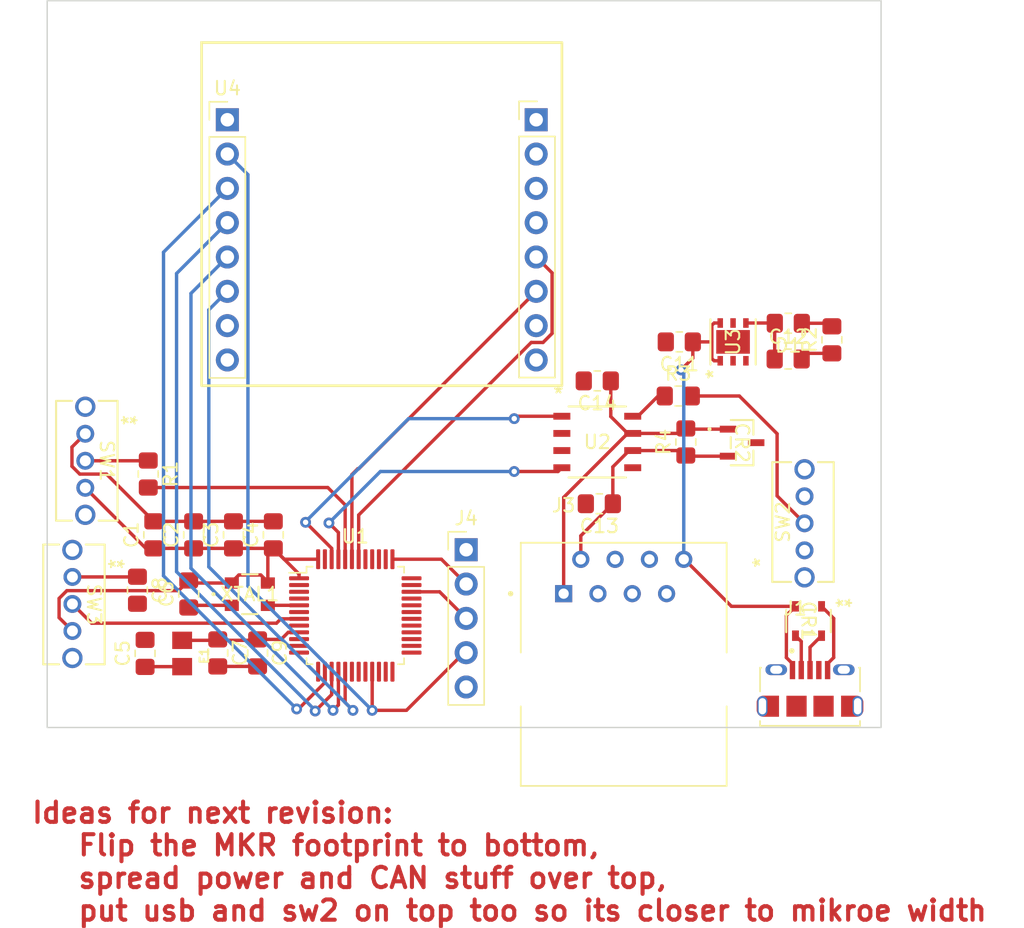
<source format=kicad_pcb>
(kicad_pcb (version 20221018) (generator pcbnew)
  (layers (0 "F.Cu" signal) (31 "B.Cu" signal) (34 "B.Paste" user) (35 "F.Paste" user) (36 "B.SilkS" user "B.Silkscreen") (37 "F.SilkS" user "F.Silkscreen") (38 "B.Mask" user) (39 "F.Mask" user) (44 "Edge.Cuts" user))
  (net 0 "")
  (net 1 "+3.3V")
  (net 5 "GND")
  (net 6 "Net-(C5-Pad1)")
  (net 7 "+3.3VA")
  (net 8 "/NRST")
  (net 9 "VBUS")
  (net 14 "/CAN_L")
  (net 15 "/CAN_H")
  (net 16 "Net-(D1-K)")
  (net 17 "Net-(SW1-B)")
  (net 21 "/BOOT0")
  (net 23 "Net-(U2-RS)")
  (net 24 "/HSE_IN")
  (net 30 "/HSE_OUT")
  (net 31 "/SPI1_NSS")
  (net 32 "/SPI1_SCK")
  (net 33 "/SPI1_MISO")
  (net 34 "/SPI1_MOSI")
  (net 36 "/RST_GPIO")
  (net 41 "/UART1_TX")
  (net 42 "/UART1_RX")
  (net 43 "/USB_DM")
  (net 44 "/USB_DP")
  (net 45 "/SYS_SWDIO")
  (net 46 "/SYS_SWCLK")
  (net 47 "/I2C1_SCL")
  (net 48 "/I2C1_SDA")
  (net 49 "/CAN_RX")
  (net 50 "/CAN_TX")
  (net 59 "Net-(SW3-A)")
  (net 60 "Net-(SW2-B)")
  (footprint "footprints:1825232-1_TEC" (layer "F.Cu") (at 35.9029 73.0158 -90)
    (fp_text reference "SW3" (at 2 -1.6002 -90 unlocked) (layer "F.SilkS"))
    (fp_text value "SW_SPDT")
    (fp_text user "*" (at -1 -3.2512 90) (layer "F.SilkS"))
    (fp_text user "*" (at -1 -3.2512 -90 unlocked) (layer "F.SilkS"))
    (pad "1" thru_hole circle (at -0.035 0 270) (size 1.3208 1.3208) (drill 0.8128) (layers "*.Cu" "*.Mask") (net 59 "Net-(SW3-A)"))
    (pad "2" thru_hole circle (at 1.965 0 270) (size 1.3208 1.3208) (drill 0.8128) (layers "*.Cu" "*.Mask") (net 8 "/NRST"))
    (pad "3" thru_hole circle (at 3.965001 0 270) (size 1.3208 1.3208) (drill 0.8128) (layers "*.Cu" "*.Mask") (net 1 "+3.3V"))
    (pad "4" thru_hole circle (at -2.035 0 270) (size 1.4986 1.4986) (drill 0.9906) (layers "*.Cu" "*.Mask"))
    (pad "5" thru_hole circle (at 5.965 0 270) (size 1.4986 1.4986) (drill 0.9906) (layers "*.Cu" "*.Mask"))
  )
  (footprint "footprints:AMPHENOL_10118194-0001LF" (layer "F.Cu") (at 90.5002 82.55)
    (fp_text reference "J1" (at -1.1 -7.235) (layer "F.SilkS"))
    (fp_text value "USB_B_Micro")
    (fp_poly (pts (xy -2.3 -0.775) (xy -2.3 0.775) (xy -3.445 0.775) (xy -3.471 0.774) (xy -3.497 0.772) (xy -3.523 0.769) (xy -3.549 0.764) (xy -3.574 0.758) (xy -3.6 0.751) (xy -3.624 0.742) (xy -3.648 0.732) (xy -3.672 0.721) (xy -3.695 0.708) (xy -3.717 0.694) (xy -3.739 0.68) (xy -3.76 0.664) (xy -3.78 0.647) (xy -3.799 0.629) (xy -3.817 0.61) (xy -3.834 0.59) (xy -3.85 0.569) (xy -3.864 0.547) (xy -3.878 0.525) (xy -3.891 0.502) (xy -3.902 0.478) (xy -3.912 0.454) (xy -3.921 0.43) (xy -3.928 0.404) (xy -3.934 0.379) (xy -3.939 0.353) (xy -3.942 0.327) (xy -3.944 0.301) (xy -3.945 0.275) (xy -3.945 -0.275) (xy -3.944 -0.301) (xy -3.942 -0.327) (xy -3.939 -0.353) (xy -3.934 -0.379) (xy -3.928 -0.404) (xy -3.921 -0.43) (xy -3.912 -0.454) (xy -3.902 -0.478) (xy -3.891 -0.502) (xy -3.878 -0.525) (xy -3.864 -0.547) (xy -3.85 -0.569) (xy -3.834 -0.59) (xy -3.817 -0.61) (xy -3.799 -0.629) (xy -3.78 -0.647) (xy -3.76 -0.664) (xy -3.739 -0.68) (xy -3.717 -0.694) (xy -3.695 -0.708) (xy -3.672 -0.721) (xy -3.648 -0.732) (xy -3.624 -0.742) (xy -3.6 -0.751) (xy -3.574 -0.758) (xy -3.549 -0.764) (xy -3.523 -0.769) (xy -3.497 -0.772) (xy -3.471 -0.774) (xy -3.445 -0.775) (xy -2.3 -0.775)) (stroke (width 0.01)) (fill solid) (layer "F.Cu"))
    (fp_poly (pts (xy 2.3 -0.775) (xy 2.3 0.775) (xy 3.445 0.775) (xy 3.471 0.774) (xy 3.497 0.772) (xy 3.523 0.769) (xy 3.549 0.764) (xy 3.574 0.758) (xy 3.6 0.751) (xy 3.624 0.742) (xy 3.648 0.732) (xy 3.672 0.721) (xy 3.695 0.708) (xy 3.717 0.694) (xy 3.739 0.68) (xy 3.76 0.664) (xy 3.78 0.647) (xy 3.799 0.629) (xy 3.817 0.61) (xy 3.834 0.59) (xy 3.85 0.569) (xy 3.864 0.547) (xy 3.878 0.525) (xy 3.891 0.502) (xy 3.902 0.478) (xy 3.912 0.454) (xy 3.921 0.43) (xy 3.928 0.404) (xy 3.934 0.379) (xy 3.939 0.353) (xy 3.942 0.327) (xy 3.944 0.301) (xy 3.945 0.275) (xy 3.945 -0.275) (xy 3.944 -0.301) (xy 3.942 -0.327) (xy 3.939 -0.353) (xy 3.934 -0.379) (xy 3.928 -0.404) (xy 3.921 -0.43) (xy 3.912 -0.454) (xy 3.902 -0.478) (xy 3.891 -0.502) (xy 3.878 -0.525) (xy 3.864 -0.547) (xy 3.85 -0.569) (xy 3.834 -0.59) (xy 3.817 -0.61) (xy 3.799 -0.629) (xy 3.78 -0.647) (xy 3.76 -0.664) (xy 3.739 -0.68) (xy 3.717 -0.694) (xy 3.695 -0.708) (xy 3.672 -0.721) (xy 3.648 -0.732) (xy 3.624 -0.742) (xy 3.6 -0.751) (xy 3.574 -0.758) (xy 3.549 -0.764) (xy 3.523 -0.769) (xy 3.497 -0.772) (xy 3.471 -0.774) (xy 3.445 -0.775) (xy 2.3 -0.775)) (stroke (width 0.01)) (fill solid) (layer "F.Cu"))
    (pad "1" smd rect (at -1.3 -2.675) (size 0.4 1.35) (layers "F.Cu" "F.Paste" "F.Mask") (net 9 "VBUS"))
    (pad "2" smd rect (at -0.65 -2.675) (size 0.4 1.35) (layers "F.Cu" "F.Paste" "F.Mask") (net 43 "/USB_DM"))
    (pad "3" smd rect (at 0 -2.675) (size 0.4 1.35) (layers "F.Cu" "F.Paste" "F.Mask") (net 44 "/USB_DP"))
    (pad "4" smd rect (at 0.65 -2.675) (size 0.4 1.35) (layers "F.Cu" "F.Paste" "F.Mask"))
    (pad "5" smd rect (at 1.3 -2.675) (size 0.4 1.35) (layers "F.Cu" "F.Paste" "F.Mask") (net 5 "GND"))
    (pad "S1" thru_hole oval (at -2.5 -2.7) (size 1.6 0.8) (drill oval 0.9 0.6) (layers "*.Cu" "*.Mask"))
    (pad "S2" thru_hole oval (at 2.5 -2.7) (size 1.6 0.8) (drill oval 0.9 0.6) (layers "*.Cu" "*.Mask"))
    (pad "S3" thru_hole oval (at -3.525 0) (size 0.75 1.5) (drill oval 0.55 1.2) (layers "*.Cu" "*.Mask"))
    (pad "S4" smd rect (at -1 0) (size 1.5 1.55) (layers "F.Cu" "F.Paste" "F.Mask"))
    (pad "S5" smd rect (at 1 0) (size 1.5 1.55) (layers "F.Cu" "F.Paste" "F.Mask"))
    (pad "S6" thru_hole oval (at 3.525 0) (size 0.75 1.5) (drill oval 0.55 1.2) (layers "*.Cu" "*.Mask"))
  )
  (footprint "Resistor_SMD:R_0805_2012Metric_Pad1.20x1.40mm_HandSolder" (layer "F.Cu") (at 44.5135 74.2414 90)
    (fp_text reference "C6" (at 0 -1.65 90) (layer "F.SilkS"))
    (fp_text value ".01u")
    (pad "1" smd roundrect (at -1 0 90) (size 1.2 1.4) (layers "F.Cu" "F.Paste" "F.Mask") (roundrect_rratio 0.208333) (net 5 "GND"))
    (pad "2" smd roundrect (at 1 0 90) (size 1.2 1.4) (layers "F.Cu" "F.Paste" "F.Mask") (roundrect_rratio 0.208333) (net 1 "+3.3V"))
  )
  (footprint "footprints:MikroBUS" (layer "F.Cu") (at 47.371 39.1414)
    (fp_text reference "U4" (at 0 -2.33) (layer "F.SilkS"))
    (fp_text value "~")
    (pad "1" thru_hole rect (at 0 0) (size 1.7 1.7) (drill 1) (layers "*.Cu" "*.Mask"))
    (pad "2" thru_hole oval (at 0 2.54) (size 1.7 1.7) (drill 1) (layers "*.Cu" "*.Mask") (net 36 "/RST_GPIO"))
    (pad "3" thru_hole oval (at 0 5.08) (size 1.7 1.7) (drill 1) (layers "*.Cu" "*.Mask") (net 31 "/SPI1_NSS"))
    (pad "4" thru_hole oval (at 0 7.62) (size 1.7 1.7) (drill 1) (layers "*.Cu" "*.Mask") (net 32 "/SPI1_SCK"))
    (pad "5" thru_hole oval (at 0 10.16) (size 1.7 1.7) (drill 1) (layers "*.Cu" "*.Mask") (net 33 "/SPI1_MISO"))
    (pad "6" thru_hole oval (at 0 12.7) (size 1.7 1.7) (drill 1) (layers "*.Cu" "*.Mask") (net 34 "/SPI1_MOSI"))
    (pad "7" thru_hole oval (at 0 15.24) (size 1.7 1.7) (drill 1) (layers "*.Cu" "*.Mask") (net 1 "+3.3V"))
    (pad "8" thru_hole oval (at 0 17.78) (size 1.7 1.7) (drill 1) (layers "*.Cu" "*.Mask") (net 5 "GND"))
    (pad "9" thru_hole rect (at 22.86 0) (size 1.7 1.7) (drill 1) (layers "*.Cu" "*.Mask"))
    (pad "10" thru_hole oval (at 22.86 2.54) (size 1.7 1.7) (drill 1) (layers "*.Cu" "*.Mask"))
    (pad "11" thru_hole oval (at 22.86 5.08) (size 1.7 1.7) (drill 1) (layers "*.Cu" "*.Mask") (net 42 "/UART1_RX"))
    (pad "12" thru_hole oval (at 22.86 7.62) (size 1.7 1.7) (drill 1) (layers "*.Cu" "*.Mask") (net 41 "/UART1_TX"))
    (pad "13" thru_hole oval (at 22.86 10.16) (size 1.7 1.7) (drill 1) (layers "*.Cu" "*.Mask") (net 47 "/I2C1_SCL"))
    (pad "14" thru_hole oval (at 22.86 12.7) (size 1.7 1.7) (drill 1) (layers "*.Cu" "*.Mask") (net 48 "/I2C1_SDA"))
    (pad "15" thru_hole oval (at 22.86 15.24) (size 1.7 1.7) (drill 1) (layers "*.Cu" "*.Mask"))
    (pad "16" thru_hole oval (at 22.86 17.78) (size 1.7 1.7) (drill 1) (layers "*.Cu" "*.Mask") (net 5 "GND"))
  )
  (footprint "Resistor_SMD:R_0805_2012Metric_Pad1.20x1.40mm_HandSolder" (layer "F.Cu") (at 80.7466 59.5884)
    (fp_text reference "R3" (at 0 -1.65) (layer "F.SilkS"))
    (fp_text value "10k")
    (pad "1" smd roundrect (at -1 0) (size 1.2 1.4) (layers "F.Cu" "F.Paste" "F.Mask") (roundrect_rratio 0.208333) (net 23 "Net-(U2-RS)"))
    (pad "2" smd roundrect (at 1 0) (size 1.2 1.4) (layers "F.Cu" "F.Paste" "F.Mask") (roundrect_rratio 0.208333) (net 60 "Net-(SW2-B)"))
  )
  (footprint "footprints:1825232-1_TEC" (layer "F.Cu") (at 36.8554 62.3824 -90)
    (fp_text reference "SW1" (at 2 -1.6002 -90 unlocked) (layer "F.SilkS"))
    (fp_text value "SW_SPDT")
    (fp_text user "*" (at -1 -3.2512 90) (layer "F.SilkS"))
    (fp_text user "*" (at -1 -3.2512 -90 unlocked) (layer "F.SilkS"))
    (pad "1" thru_hole circle (at 0 0 270) (size 1.3208 1.3208) (drill 0.8128) (layers "*.Cu" "*.Mask") (net 5 "GND"))
    (pad "2" thru_hole circle (at 2 0 270) (size 1.3208 1.3208) (drill 0.8128) (layers "*.Cu" "*.Mask") (net 17 "Net-(SW1-B)"))
    (pad "3" thru_hole circle (at 4.000001 0 270) (size 1.3208 1.3208) (drill 0.8128) (layers "*.Cu" "*.Mask") (net 1 "+3.3V"))
    (pad "4" thru_hole circle (at -2 0 270) (size 1.4986 1.4986) (drill 0.9906) (layers "*.Cu" "*.Mask"))
    (pad "5" thru_hole circle (at 6 0 270) (size 1.4986 1.4986) (drill 0.9906) (layers "*.Cu" "*.Mask"))
  )
  (footprint "Resistor_SMD:R_0805_2012Metric_Pad1.20x1.40mm_HandSolder" (layer "F.Cu") (at 92.1178 55.4308 90)
    (fp_text reference "R2" (at 0 -1.65 90) (layer "F.SilkS"))
    (fp_text value "1.5k")
    (pad "1" smd roundrect (at -1 0 90) (size 1.2 1.4) (layers "F.Cu" "F.Paste" "F.Mask") (roundrect_rratio 0.208333) (net 5 "GND"))
    (pad "2" smd roundrect (at 1 0 90) (size 1.2 1.4) (layers "F.Cu" "F.Paste" "F.Mask") (roundrect_rratio 0.208333) (net 16 "Net-(D1-K)"))
  )
  (footprint "Resistor_SMD:R_0805_2012Metric_Pad1.20x1.40mm_HandSolder" (layer "F.Cu") (at 47.8246 69.866 90)
    (fp_text reference "C3" (at 0 -1.65 90) (layer "F.SilkS"))
    (fp_text value "100n")
    (pad "1" smd roundrect (at -1 0 90) (size 1.2 1.4) (layers "F.Cu" "F.Paste" "F.Mask") (roundrect_rratio 0.208333) (net 1 "+3.3V"))
    (pad "2" smd roundrect (at 1 0 90) (size 1.2 1.4) (layers "F.Cu" "F.Paste" "F.Mask") (roundrect_rratio 0.208333) (net 5 "GND"))
  )
  (footprint "Resistor_SMD:R_0805_2012Metric_Pad1.20x1.40mm_HandSolder" (layer "F.Cu") (at 50.7746 69.866 90)
    (fp_text reference "C4" (at 0 -1.65 90) (layer "F.SilkS"))
    (fp_text value "100n")
    (pad "1" smd roundrect (at -1 0 90) (size 1.2 1.4) (layers "F.Cu" "F.Paste" "F.Mask") (roundrect_rratio 0.208333) (net 1 "+3.3V"))
    (pad "2" smd roundrect (at 1 0 90) (size 1.2 1.4) (layers "F.Cu" "F.Paste" "F.Mask") (roundrect_rratio 0.208333) (net 5 "GND"))
  )
  (footprint "Resistor_SMD:R_0805_2012Metric_Pad1.20x1.40mm_HandSolder" (layer "F.Cu") (at 40.7162 73.9648 -90)
    (fp_text reference "C8" (at 0 -1.65 90) (layer "F.SilkS"))
    (fp_text value "100n")
    (pad "1" smd roundrect (at -1 0 270) (size 1.2 1.4) (layers "F.Cu" "F.Paste" "F.Mask") (roundrect_rratio 0.208333) (net 59 "Net-(SW3-A)"))
    (pad "2" smd roundrect (at 1 0 270) (size 1.2 1.4) (layers "F.Cu" "F.Paste" "F.Mask") (roundrect_rratio 0.208333) (net 5 "GND"))
  )
  (footprint "footprints:TVS-SP05_LTF-L" (layer "F.Cu") (at 90.3878 76.2432 -90)
    (fp_text reference "CR1" (at 0 0 -90 unlocked) (layer "F.SilkS"))
    (fp_text value "SP0503BAHTG")
    (fp_text user "*" (at -1.33985 -2.6162 90) (layer "F.SilkS"))
    (fp_text user "*" (at -1.33985 -2.6162 -90 unlocked) (layer "F.SilkS"))
    (pad "1" smd rect (at -1.08585 -0.9652 270) (size 0.7747 0.508) (layers "F.Cu" "F.Paste" "F.Mask") (net 5 "GND"))
    (pad "2" smd rect (at -1.08585 0.9652 270) (size 0.7747 0.508) (layers "F.Cu" "F.Paste" "F.Mask") (net 9 "VBUS"))
    (pad "3" smd rect (at 1.08585 0.9652 270) (size 0.7747 0.508) (layers "F.Cu" "F.Paste" "F.Mask") (net 43 "/USB_DM"))
    (pad "4" smd rect (at 1.08585 -0.9652 270) (size 0.7747 0.508) (layers "F.Cu" "F.Paste" "F.Mask") (net 44 "/USB_DP"))
  )
  (footprint "Resistor_SMD:R_0805_2012Metric_Pad1.20x1.40mm_HandSolder" (layer "F.Cu") (at 81.3054 62.992 90)
    (fp_text reference "R4" (at 0 -1.65 90) (layer "F.SilkS"))
    (fp_text value "120")
    (pad "1" smd roundrect (at -1 0 90) (size 1.2 1.4) (layers "F.Cu" "F.Paste" "F.Mask") (roundrect_rratio 0.208333) (net 14 "/CAN_L"))
    (pad "2" smd roundrect (at 1 0 90) (size 1.2 1.4) (layers "F.Cu" "F.Paste" "F.Mask") (roundrect_rratio 0.208333) (net 15 "/CAN_H"))
  )
  (footprint "footprints:CHIP_ASE-24_ABR-L" (layer "F.Cu") (at 49.0347 74.2574)
    (fp_text reference "XTAL1" (at 0 0 unlocked) (layer "F.SilkS"))
    (fp_text value "ASE-25.000MHZ-LC-T")
    (pad "1" smd rect (at -1.3335 -0.825) (size 1.0414 0.8382) (layers "F.Cu" "F.Paste" "F.Mask") (net 1 "+3.3V"))
    (pad "2" smd rect (at -1.3335 0.825) (size 1.0414 0.8382) (layers "F.Cu" "F.Paste" "F.Mask") (net 5 "GND"))
    (pad "3" smd rect (at 1.3335 0.825) (size 1.0414 0.8382) (layers "F.Cu" "F.Paste" "F.Mask") (net 24 "/HSE_IN"))
    (pad "4" smd rect (at 1.3335 -0.825) (size 1.0414 0.8382) (layers "F.Cu" "F.Paste" "F.Mask") (net 1 "+3.3V"))
  )
  (footprint "Connector_PinHeader_2.54mm:PinHeader_1x05_P2.54mm_Vertical" (layer "F.Cu") (at 65.0494 70.9676)
    (fp_text reference "J4" (at 0 -2.33) (layer "F.SilkS"))
    (fp_text value "Conn_01x05")
    (pad "1" thru_hole rect (at 0 0) (size 1.7 1.7) (drill 1) (layers "*.Cu" "*.Mask") (net 1 "+3.3V"))
    (pad "2" thru_hole oval (at 0 2.54) (size 1.7 1.7) (drill 1) (layers "*.Cu" "*.Mask") (net 46 "/SYS_SWCLK"))
    (pad "3" thru_hole oval (at 0 5.08) (size 1.7 1.7) (drill 1) (layers "*.Cu" "*.Mask") (net 45 "/SYS_SWDIO"))
    (pad "4" thru_hole oval (at 0 7.62) (size 1.7 1.7) (drill 1) (layers "*.Cu" "*.Mask") (net 36 "/RST_GPIO"))
    (pad "5" thru_hole oval (at 0 10.16) (size 1.7 1.7) (drill 1) (layers "*.Cu" "*.Mask") (net 5 "GND"))
  )
  (footprint "Resistor_SMD:R_0805_2012Metric_Pad1.20x1.40mm_HandSolder" (layer "F.Cu") (at 41.5163 65.3634 -90)
    (fp_text reference "R1" (at 0 -1.65 90) (layer "F.SilkS"))
    (fp_text value "10k")
    (pad "1" smd roundrect (at -1 0 270) (size 1.2 1.4) (layers "F.Cu" "F.Paste" "F.Mask") (roundrect_rratio 0.208333) (net 17 "Net-(SW1-B)"))
    (pad "2" smd roundrect (at 1 0 270) (size 1.2 1.4) (layers "F.Cu" "F.Paste" "F.Mask") (roundrect_rratio 0.208333) (net 21 "/BOOT0"))
  )
  (footprint "Resistor_SMD:R_0805_2012Metric_Pad1.20x1.40mm_HandSolder" (layer "F.Cu") (at 88.8826 56.8532)
    (fp_text reference "C12" (at 0 -1.65) (layer "F.SilkS"))
    (fp_text value "1u")
    (pad "1" smd roundrect (at -1 0) (size 1.2 1.4) (layers "F.Cu" "F.Paste" "F.Mask") (roundrect_rratio 0.208333) (net 1 "+3.3V"))
    (pad "2" smd roundrect (at 1 0) (size 1.2 1.4) (layers "F.Cu" "F.Paste" "F.Mask") (roundrect_rratio 0.208333) (net 5 "GND"))
  )
  (footprint "Resistor_SMD:R_0805_2012Metric_Pad1.20x1.40mm_HandSolder" (layer "F.Cu") (at 88.8922 54.2044 180)
    (fp_text reference "D1" (at 0 -1.65) (layer "F.SilkS"))
    (fp_text value "LED")
    (pad "1" smd roundrect (at -1 0 180) (size 1.2 1.4) (layers "F.Cu" "F.Paste" "F.Mask") (roundrect_rratio 0.208333) (net 16 "Net-(D1-K)"))
    (pad "2" smd roundrect (at 1 0 180) (size 1.2 1.4) (layers "F.Cu" "F.Paste" "F.Mask") (roundrect_rratio 0.208333) (net 1 "+3.3V"))
  )
  (footprint "Resistor_SMD:R_0805_2012Metric_Pad1.20x1.40mm_HandSolder" (layer "F.Cu") (at 46.6598 78.6036 -90)
    (fp_text reference "C7" (at 0 -1.65 90) (layer "F.SilkS"))
    (fp_text value "1u")
    (pad "1" smd roundrect (at -1 0 270) (size 1.2 1.4) (layers "F.Cu" "F.Paste" "F.Mask") (roundrect_rratio 0.208333) (net 7 "+3.3VA"))
    (pad "2" smd roundrect (at 1 0 270) (size 1.2 1.4) (layers "F.Cu" "F.Paste" "F.Mask") (roundrect_rratio 0.208333) (net 5 "GND"))
  )
  (footprint "Resistor_SMD:R_0805_2012Metric_Pad1.20x1.40mm_HandSolder" (layer "F.Cu") (at 74.7522 58.4708 180)
    (fp_text reference "C14" (at 0 -1.65) (layer "F.SilkS"))
    (fp_text value "100p")
    (pad "1" smd roundrect (at -1 0 180) (size 1.2 1.4) (layers "F.Cu" "F.Paste" "F.Mask") (roundrect_rratio 0.208333) (net 15 "/CAN_H"))
    (pad "2" smd roundrect (at 1 0 180) (size 1.2 1.4) (layers "F.Cu" "F.Paste" "F.Mask") (roundrect_rratio 0.208333) (net 5 "GND"))
  )
  (footprint "Resistor_SMD:R_0805_2012Metric_Pad1.20x1.40mm_HandSolder" (layer "F.Cu") (at 41.2822 78.6384 90)
    (fp_text reference "C5" (at 0 -1.65 90) (layer "F.SilkS"))
    (fp_text value "1u")
    (pad "1" smd roundrect (at -1 0 90) (size 1.2 1.4) (layers "F.Cu" "F.Paste" "F.Mask") (roundrect_rratio 0.208333) (net 6 "Net-(C5-Pad1)"))
    (pad "2" smd roundrect (at 1 0 90) (size 1.2 1.4) (layers "F.Cu" "F.Paste" "F.Mask") (roundrect_rratio 0.208333) (net 5 "GND"))
  )
  (footprint "Resistor_SMD:R_0805_2012Metric_Pad1.20x1.40mm_HandSolder" (layer "F.Cu") (at 44.8746 69.866 90)
    (fp_text reference "C2" (at 0 -1.65 90) (layer "F.SilkS"))
    (fp_text value "100n")
    (pad "1" smd roundrect (at -1 0 90) (size 1.2 1.4) (layers "F.Cu" "F.Paste" "F.Mask") (roundrect_rratio 0.208333) (net 1 "+3.3V"))
    (pad "2" smd roundrect (at 1 0 90) (size 1.2 1.4) (layers "F.Cu" "F.Paste" "F.Mask") (roundrect_rratio 0.208333) (net 5 "GND"))
  )
  (footprint "footprints:D8-L" (layer "F.Cu") (at 74.7522 62.992)
    (fp_text reference "U2" (at 0 0 unlocked) (layer "F.SilkS"))
    (fp_text value "SN65HVD230DR")
    (fp_text user "*" (at -2.87655 -3.556) (layer "F.SilkS"))
    (fp_text user "*" (at -2.87655 -3.556 unlocked) (layer "F.SilkS"))
    (pad "1" smd rect (at -2.62255 -1.905) (size 1.2573 0.508) (layers "F.Cu" "F.Paste" "F.Mask") (net 50 "/CAN_TX"))
    (pad "2" smd rect (at -2.62255 -0.635) (size 1.2573 0.508) (layers "F.Cu" "F.Paste" "F.Mask") (net 5 "GND"))
    (pad "3" smd rect (at -2.62255 0.635) (size 1.2573 0.508) (layers "F.Cu" "F.Paste" "F.Mask") (net 1 "+3.3V"))
    (pad "4" smd rect (at -2.62255 1.905) (size 1.2573 0.508) (layers "F.Cu" "F.Paste" "F.Mask") (net 49 "/CAN_RX"))
    (pad "5" smd rect (at 2.62255 1.905) (size 1.2573 0.508) (layers "F.Cu" "F.Paste" "F.Mask"))
    (pad "6" smd rect (at 2.62255 0.635) (size 1.2573 0.508) (layers "F.Cu" "F.Paste" "F.Mask") (net 14 "/CAN_L"))
    (pad "7" smd rect (at 2.62255 -0.635) (size 1.2573 0.508) (layers "F.Cu" "F.Paste" "F.Mask") (net 15 "/CAN_H"))
    (pad "8" smd rect (at 2.62255 -1.905) (size 1.2573 0.508) (layers "F.Cu" "F.Paste" "F.Mask") (net 23 "Net-(U2-RS)"))
  )
  (footprint "Package_QFP:LQFP-48_7x7mm_P0.5mm" (layer "F.Cu") (at 56.8416 75.8317)
    (fp_text reference "U1" (at 0 -5.85) (layer "F.SilkS"))
    (fp_text value "STM32F072C8Tx")
    (pad "1" smd roundrect (at -4.1625 -2.75) (size 1.475 0.3) (layers "F.Cu" "F.Paste" "F.Mask") (net 1 "+3.3V"))
    (pad "2" smd roundrect (at -4.1625 -2.25) (size 1.475 0.3) (layers "F.Cu" "F.Paste" "F.Mask"))
    (pad "3" smd roundrect (at -4.1625 -1.75) (size 1.475 0.3) (layers "F.Cu" "F.Paste" "F.Mask"))
    (pad "4" smd roundrect (at -4.1625 -1.25) (size 1.475 0.3) (layers "F.Cu" "F.Paste" "F.Mask"))
    (pad "5" smd roundrect (at -4.1625 -0.75) (size 1.475 0.3) (layers "F.Cu" "F.Paste" "F.Mask") (net 24 "/HSE_IN"))
    (pad "6" smd roundrect (at -4.1625 -0.25) (size 1.475 0.3) (layers "F.Cu" "F.Paste" "F.Mask") (net 30 "/HSE_OUT"))
    (pad "7" smd roundrect (at -4.1625 0.25) (size 1.475 0.3) (layers "F.Cu" "F.Paste" "F.Mask") (net 8 "/NRST"))
    (pad "8" smd roundrect (at -4.1625 0.75) (size 1.475 0.3) (layers "F.Cu" "F.Paste" "F.Mask") (net 5 "GND"))
    (pad "9" smd roundrect (at -4.1625 1.25) (size 1.475 0.3) (layers "F.Cu" "F.Paste" "F.Mask") (net 7 "+3.3VA"))
    (pad "10" smd roundrect (at -4.1625 1.75) (size 1.475 0.3) (layers "F.Cu" "F.Paste" "F.Mask"))
    (pad "11" smd roundrect (at -4.1625 2.25) (size 1.475 0.3) (layers "F.Cu" "F.Paste" "F.Mask"))
    (pad "12" smd roundrect (at -4.1625 2.75) (size 1.475 0.3) (layers "F.Cu" "F.Paste" "F.Mask"))
    (pad "13" smd roundrect (at -2.75 4.1625) (size 0.3 1.475) (layers "F.Cu" "F.Paste" "F.Mask"))
    (pad "14" smd roundrect (at -2.25 4.1625) (size 0.3 1.475) (layers "F.Cu" "F.Paste" "F.Mask") (net 31 "/SPI1_NSS"))
    (pad "15" smd roundrect (at -1.75 4.1625) (size 0.3 1.475) (layers "F.Cu" "F.Paste" "F.Mask") (net 32 "/SPI1_SCK"))
    (pad "16" smd roundrect (at -1.25 4.1625) (size 0.3 1.475) (layers "F.Cu" "F.Paste" "F.Mask") (net 33 "/SPI1_MISO"))
    (pad "17" smd roundrect (at -0.75 4.1625) (size 0.3 1.475) (layers "F.Cu" "F.Paste" "F.Mask") (net 34 "/SPI1_MOSI"))
    (pad "18" smd roundrect (at -0.25 4.1625) (size 0.3 1.475) (layers "F.Cu" "F.Paste" "F.Mask"))
    (pad "19" smd roundrect (at 0.25 4.1625) (size 0.3 1.475) (layers "F.Cu" "F.Paste" "F.Mask"))
    (pad "20" smd roundrect (at 0.75 4.1625) (size 0.3 1.475) (layers "F.Cu" "F.Paste" "F.Mask"))
    (pad "21" smd roundrect (at 1.25 4.1625) (size 0.3 1.475) (layers "F.Cu" "F.Paste" "F.Mask") (net 36 "/RST_GPIO"))
    (pad "22" smd roundrect (at 1.75 4.1625) (size 0.3 1.475) (layers "F.Cu" "F.Paste" "F.Mask"))
    (pad "23" smd roundrect (at 2.25 4.1625) (size 0.3 1.475) (layers "F.Cu" "F.Paste" "F.Mask") (net 5 "GND"))
    (pad "24" smd roundrect (at 2.75 4.1625) (size 0.3 1.475) (layers "F.Cu" "F.Paste" "F.Mask") (net 1 "+3.3V"))
    (pad "25" smd roundrect (at 4.1625 2.75) (size 1.475 0.3) (layers "F.Cu" "F.Paste" "F.Mask"))
    (pad "26" smd roundrect (at 4.1625 2.25) (size 1.475 0.3) (layers "F.Cu" "F.Paste" "F.Mask"))
    (pad "27" smd roundrect (at 4.1625 1.75) (size 1.475 0.3) (layers "F.Cu" "F.Paste" "F.Mask"))
    (pad "28" smd roundrect (at 4.1625 1.25) (size 1.475 0.3) (layers "F.Cu" "F.Paste" "F.Mask"))
    (pad "29" smd roundrect (at 4.1625 0.75) (size 1.475 0.3) (layers "F.Cu" "F.Paste" "F.Mask"))
    (pad "30" smd roundrect (at 4.1625 0.25) (size 1.475 0.3) (layers "F.Cu" "F.Paste" "F.Mask") (net 41 "/UART1_TX"))
    (pad "31" smd roundrect (at 4.1625 -0.25) (size 1.475 0.3) (layers "F.Cu" "F.Paste" "F.Mask") (net 42 "/UART1_RX"))
    (pad "32" smd roundrect (at 4.1625 -0.75) (size 1.475 0.3) (layers "F.Cu" "F.Paste" "F.Mask") (net 43 "/USB_DM"))
    (pad "33" smd roundrect (at 4.1625 -1.25) (size 1.475 0.3) (layers "F.Cu" "F.Paste" "F.Mask") (net 44 "/USB_DP"))
    (pad "34" smd roundrect (at 4.1625 -1.75) (size 1.475 0.3) (layers "F.Cu" "F.Paste" "F.Mask") (net 45 "/SYS_SWDIO"))
    (pad "35" smd roundrect (at 4.1625 -2.25) (size 1.475 0.3) (layers "F.Cu" "F.Paste" "F.Mask") (net 5 "GND"))
    (pad "36" smd roundrect (at 4.1625 -2.75) (size 1.475 0.3) (layers "F.Cu" "F.Paste" "F.Mask"))
    (pad "37" smd roundrect (at 2.75 -4.1625) (size 0.3 1.475) (layers "F.Cu" "F.Paste" "F.Mask") (net 46 "/SYS_SWCLK"))
    (pad "38" smd roundrect (at 2.25 -4.1625) (size 0.3 1.475) (layers "F.Cu" "F.Paste" "F.Mask"))
    (pad "39" smd roundrect (at 1.75 -4.1625) (size 0.3 1.475) (layers "F.Cu" "F.Paste" "F.Mask"))
    (pad "40" smd roundrect (at 1.25 -4.1625) (size 0.3 1.475) (layers "F.Cu" "F.Paste" "F.Mask"))
    (pad "41" smd roundrect (at 0.75 -4.1625) (size 0.3 1.475) (layers "F.Cu" "F.Paste" "F.Mask"))
    (pad "42" smd roundrect (at 0.25 -4.1625) (size 0.3 1.475) (layers "F.Cu" "F.Paste" "F.Mask") (net 47 "/I2C1_SCL"))
    (pad "43" smd roundrect (at -0.25 -4.1625) (size 0.3 1.475) (layers "F.Cu" "F.Paste" "F.Mask") (net 48 "/I2C1_SDA"))
    (pad "44" smd roundrect (at -0.75 -4.1625) (size 0.3 1.475) (layers "F.Cu" "F.Paste" "F.Mask") (net 21 "/BOOT0"))
    (pad "45" smd roundrect (at -1.25 -4.1625) (size 0.3 1.475) (layers "F.Cu" "F.Paste" "F.Mask") (net 49 "/CAN_RX"))
    (pad "46" smd roundrect (at -1.75 -4.1625) (size 0.3 1.475) (layers "F.Cu" "F.Paste" "F.Mask") (net 50 "/CAN_TX"))
    (pad "47" smd roundrect (at -2.25 -4.1625) (size 0.3 1.475) (layers "F.Cu" "F.Paste" "F.Mask") (net 5 "GND"))
    (pad "48" smd roundrect (at -2.75 -4.1625) (size 0.3 1.475) (layers "F.Cu" "F.Paste" "F.Mask") (net 1 "+3.3V"))
  )
  (footprint "footprints:DFN6_3X3_STM-L" (layer "F.Cu") (at 84.8026 55.5832 90)
    (fp_text reference "U3" (at 0 0 90 unlocked) (layer "F.SilkS"))
    (fp_text value "LD39050PU33R")
    (fp_text user "*" (at -2.3876 -1.425 90 unlocked) (layer "F.SilkS"))
    (fp_text user "*" (at -2.3876 -1.425 90) (layer "F.SilkS"))
    (pad "1" smd rect (at -1.397 -0.950001 180) (size 0.4064 0.7112) (layers "F.Cu" "F.Paste" "F.Mask") (net 9 "VBUS"))
    (pad "2" smd rect (at -1.397 0 180) (size 0.4064 0.7112) (layers "F.Cu" "F.Paste" "F.Mask") (net 5 "GND"))
    (pad "3" smd rect (at -1.397 0.950001 180) (size 0.4064 0.7112) (layers "F.Cu" "F.Paste" "F.Mask"))
    (pad "4" smd rect (at 1.397 0.950001 180) (size 0.4064 0.7112) (layers "F.Cu" "F.Paste" "F.Mask") (net 1 "+3.3V"))
    (pad "5" smd rect (at 1.397 0 180) (size 0.4064 0.7112) (layers "F.Cu" "F.Paste" "F.Mask"))
    (pad "6" smd rect (at 1.397 -0.950001 180) (size 0.4064 0.7112) (layers "F.Cu" "F.Paste" "F.Mask") (net 9 "VBUS"))
    (pad "7" smd rect (at 0 0 90) (size 1.7526 2.4892) (layers "F.Cu" "F.Paste" "F.Mask") (net 5 "GND"))
  )
  (footprint "footprints:SOT_03C-E3-08_VIS" (layer "F.Cu") (at 85.471 63.0428 -90)
    (fp_text reference "CR2" (at 0 0 -90 unlocked) (layer "F.SilkS"))
    (fp_text value "GSOT03C-E3-08")
    (pad "1" smd rect (at -1.000001 1.0414 270) (size 0.508 1.2192) (layers "F.Cu" "F.Paste" "F.Mask") (net 15 "/CAN_H"))
    (pad "2" smd rect (at 1.000001 1.0414 270) (size 0.508 1.2192) (layers "F.Cu" "F.Paste" "F.Mask") (net 14 "/CAN_L"))
    (pad "3" smd rect (at 0 -1.0414 270) (size 0.508 1.2192) (layers "F.Cu" "F.Paste" "F.Mask") (net 5 "GND"))
  )
  (footprint "footprints:1825232-1_TEC" (layer "F.Cu") (at 90.0938 70.9168 90)
    (fp_text reference "SW2" (at 2 -1.6002 90 unlocked) (layer "F.SilkS"))
    (fp_text value "SW_SPDT")
    (fp_text user "*" (at -1 -3.2512 90 unlocked) (layer "F.SilkS"))
    (fp_text user "*" (at -1 -3.2512 90) (layer "F.SilkS"))
    (pad "1" thru_hole circle (at -0.095 0 90) (size 1.3208 1.3208) (drill 0.8128) (layers "*.Cu" "*.Mask") (net 1 "+3.3V"))
    (pad "2" thru_hole circle (at 1.905 0 90) (size 1.3208 1.3208) (drill 0.8128) (layers "*.Cu" "*.Mask") (net 60 "Net-(SW2-B)"))
    (pad "3" thru_hole circle (at 3.905001 0 90) (size 1.3208 1.3208) (drill 0.8128) (layers "*.Cu" "*.Mask") (net 5 "GND"))
    (pad "4" thru_hole circle (at -2.095 0 90) (size 1.4986 1.4986) (drill 0.9906) (layers "*.Cu" "*.Mask"))
    (pad "5" thru_hole circle (at 5.905 0 90) (size 1.4986 1.4986) (drill 0.9906) (layers "*.Cu" "*.Mask"))
  )
  (footprint "Resistor_SMD:R_0805_2012Metric_Pad1.20x1.40mm_HandSolder" (layer "F.Cu") (at 80.8242 55.5832 180)
    (fp_text reference "C11" (at 0 -1.65) (layer "F.SilkS"))
    (fp_text value "1u")
    (pad "1" smd roundrect (at -1 0 180) (size 1.2 1.4) (layers "F.Cu" "F.Paste" "F.Mask") (roundrect_rratio 0.208333) (net 9 "VBUS"))
    (pad "2" smd roundrect (at 1 0 180) (size 1.2 1.4) (layers "F.Cu" "F.Paste" "F.Mask") (roundrect_rratio 0.208333) (net 5 "GND"))
  )
  (footprint "footprints:FB_HI0805O121R-10" (layer "F.Cu") (at 44.0254 78.6466 -90)
    (fp_text reference "E1" (at 0.167 -1.6414 90) (layer "F.SilkS") (effects (font (size 0.64 0.64))))
    (fp_text value "HI0805O121R-10")
    (pad "1" smd rect (at -0.973 0 270) (size 1.285 1.47) (layers "F.Cu" "F.Paste" "F.Mask") (net 7 "+3.3VA"))
    (pad "2" smd rect (at 0.973 0 270) (size 1.285 1.47) (layers "F.Cu" "F.Paste" "F.Mask") (net 6 "Net-(C5-Pad1)"))
  )
  (footprint "Resistor_SMD:R_0805_2012Metric_Pad1.20x1.40mm_HandSolder" (layer "F.Cu") (at 74.9046 67.564 180)
    (fp_text reference "C13" (at 0 -1.65) (layer "F.SilkS"))
    (fp_text value "100p")
    (pad "1" smd roundrect (at -1 0 180) (size 1.2 1.4) (layers "F.Cu" "F.Paste" "F.Mask") (roundrect_rratio 0.208333) (net 14 "/CAN_L"))
    (pad "2" smd roundrect (at 1 0 180) (size 1.2 1.4) (layers "F.Cu" "F.Paste" "F.Mask") (roundrect_rratio 0.208333) (net 5 "GND"))
  )
  (footprint "footprints:AMPHENOL_54601-908WPLF" (layer "F.Cu") (at 76.708 80.5688)
    (fp_text reference "J3" (at -4.445 -12.885) (layer "F.SilkS"))
    (fp_text value "54601-908WPLF" hide)
    (pad "" np_thru_hole circle (at -5.716 0) (size 3.35 3.35) (drill 3.35) (layers "*.Cu" "*.Mask"))
    (pad "" np_thru_hole circle (at 5.716 0) (size 3.35 3.35) (drill 3.35) (layers "*.Cu" "*.Mask"))
    (pad "1" thru_hole rect (at -4.445 -6.35) (size 1.268 1.268) (drill 0.76) (layers "*.Cu" "*.Mask") (net 15 "/CAN_H"))
    (pad "2" thru_hole circle (at -3.175 -8.89) (size 1.268 1.268) (drill 0.76) (layers "*.Cu" "*.Mask") (net 14 "/CAN_L"))
    (pad "3" thru_hole circle (at -1.905 -6.35) (size 1.268 1.268) (drill 0.76) (layers "*.Cu" "*.Mask"))
    (pad "4" thru_hole circle (at -0.635 -8.89) (size 1.268 1.268) (drill 0.76) (layers "*.Cu" "*.Mask"))
    (pad "5" thru_hole circle (at 0.635 -6.35) (size 1.268 1.268) (drill 0.76) (layers "*.Cu" "*.Mask"))
    (pad "6" thru_hole circle (at 1.905 -8.89) (size 1.268 1.268) (drill 0.76) (layers "*.Cu" "*.Mask"))
    (pad "7" thru_hole circle (at 3.175 -6.35) (size 1.268 1.268) (drill 0.76) (layers "*.Cu" "*.Mask") (net 5 "GND"))
    (pad "8" thru_hole circle (at 4.445 -8.89) (size 1.268 1.268) (drill 0.76) (layers "*.Cu" "*.Mask") (net 9 "VBUS"))
  )
  (footprint "Resistor_SMD:R_0805_2012Metric_Pad1.20x1.40mm_HandSolder" (layer "F.Cu") (at 49.6098 78.6036 -90)
    (fp_text reference "C9" (at 0 -1.65 90) (layer "F.SilkS"))
    (fp_text value "10n")
    (pad "1" smd roundrect (at -1 0 270) (size 1.2 1.4) (layers "F.Cu" "F.Paste" "F.Mask") (roundrect_rratio 0.208333) (net 7 "+3.3VA"))
    (pad "2" smd roundrect (at 1 0 270) (size 1.2 1.4) (layers "F.Cu" "F.Paste" "F.Mask") (roundrect_rratio 0.208333) (net 5 "GND"))
  )
  (footprint "Resistor_SMD:R_0805_2012Metric_Pad1.20x1.40mm_HandSolder" (layer "F.Cu") (at 41.9246 69.866 90)
    (fp_text reference "C1" (at 0 -1.65 90) (layer "F.SilkS"))
    (fp_text value "10u")
    (pad "1" smd roundrect (at -1 0 90) (size 1.2 1.4) (layers "F.Cu" "F.Paste" "F.Mask") (roundrect_rratio 0.208333) (net 1 "+3.3V"))
    (pad "2" smd roundrect (at 1 0 90) (size 1.2 1.4) (layers "F.Cu" "F.Paste" "F.Mask") (roundrect_rratio 0.208333) (net 5 "GND"))
  )
  (gr_rect (start 34.036 30.3276) (end 95.758 84.1248) (stroke (width 0.1)) (fill none) (layer "Edge.Cuts"))
  (gr_text "Ideas for next revision:\n   Flip the MKR footprint to bottom,\n   spread power and CAN stuff over top,\n   put usb and sw2 on top too so its closer to mikroe width" (at 32.766 98.552) (layer "F.Cu") (effects (font (size 1.5 1.5) (thickness 0.3) bold) (justify left bottom)))
  (segment (start 85.752601 54.1862) (end 87.874 54.1862) (width 0.25) (layer "F.Cu") (net 1))
  (segment (start 51.5778 71.6692) (end 54.0916 71.6692) (width 0.25) (layer "F.Cu") (net 1))
  (segment (start 43.7595 73.9954) (end 44.5135 73.2414) (width 0.25) (layer "F.Cu") (net 1))
  (segment (start 41.9246 70.866) (end 50.7746 70.866) (width 0.25) (layer "F.Cu") (net 1))
  (segment (start 52.6791 73.0817) (end 52.6791 72.7705) (width 0.25) (layer "F.Cu") (net 1))
  (segment (start 50.7746 70.866) (end 51.5778 71.6692) (width 0.25) (layer "F.Cu") (net 1))
  (segment (start 47.7012 73.4324) (end 44.7045 73.4324) (width 0.25) (layer "F.Cu") (net 1))
  (segment (start 44.7045 73.4324) (end 44.5135 73.2414) (width 0.25) (layer "F.Cu") (net 1))
  (segment (start 87.8826 54.214) (end 87.8922 54.2044) (width 0.25) (layer "F.Cu") (net 1))
  (segment (start 41.338999 70.866) (end 36.8554 66.382401) (width 0.25) (layer "F.Cu") (net 1))
  (segment (start 50.3682 71.2724) (end 50.7746 70.866) (width 0.25) (layer "F.Cu") (net 1))
  (segment (start 48.220922 72.837) (end 49.848478 72.837) (width 0.25) (layer "F.Cu") (net 1))
  (segment (start 34.9175 74.572633) (end 35.494733 73.9954) (width 0.25) (layer "F.Cu") (net 1))
  (segment (start 35.9029 76.980801) (end 34.9175 75.995401) (width 0.25) (layer "F.Cu") (net 1))
  (segment (start 52.6791 72.7705) (end 50.7746 70.866) (width 0.25) (layer "F.Cu") (net 1))
  (segment (start 34.9175 75.995401) (end 34.9175 74.572633) (width 0.25) (layer "F.Cu") (net 1))
  (segment (start 87.874 54.1862) (end 87.8922 54.2044) (width 0.25) (layer "F.Cu") (net 1))
  (segment (start 41.9246 70.866) (end 41.338999 70.866) (width 0.25) (layer "F.Cu") (net 1))
  (segment (start 49.848478 72.837) (end 50.3682 73.356722) (width 0.25) (layer "F.Cu") (net 1))
  (segment (start 47.7012 73.4324) (end 47.7012 73.356722) (width 0.25) (layer "F.Cu") (net 1))
  (segment (start 50.3682 73.4324) (end 50.3682 71.2724) (width 0.25) (layer "F.Cu") (net 1))
  (segment (start 50.3682 73.356722) (end 50.3682 73.4324) (width 0.25) (layer "F.Cu") (net 1))
  (segment (start 87.8826 56.8532) (end 87.8826 54.214) (width 0.25) (layer "F.Cu") (net 1))
  (segment (start 47.7012 73.356722) (end 48.220922 72.837) (width 0.25) (layer "F.Cu") (net 1))
  (segment (start 35.494733 73.9954) (end 43.7595 73.9954) (width 0.25) (layer "F.Cu") (net 1))
  (segment (start 47.7012 75.0824) (end 44.6725 75.0824) (width 0.25) (layer "F.Cu") (net 5))
  (segment (start 92.2502 76.05455) (end 92.2502 78.95) (width 0.25) (layer "F.Cu") (net 5))
  (segment (start 46.6598 79.6036) (end 49.6098 79.6036) (width 0.25) (layer "F.Cu") (net 5))
  (segment (start 36.447233 65.3678) (end 38.4264 65.3678) (width 0.25) (layer "F.Cu") (net 5))
  (segment (start 91.8002 79.4) (end 91.8002 79.875) (width 0.25) (layer "F.Cu") (net 5))
  (segment (start 38.4264 65.3678) (end 41.9246 68.866) (width 0.25) (layer "F.Cu") (net 5))
  (segment (start 91.353 75.15735) (end 92.2502 76.05455) (width 0.25) (layer "F.Cu") (net 5))
  (segment (start 44.6725 75.0824) (end 44.5135 75.2414) (width 0.25) (layer "F.Cu") (net 5))
  (segment (start 92.1178 56.4308) (end 90.305 56.4308) (width 0.25) (layer "F.Cu") (net 5))
  (segment (start 90.305 56.4308) (end 89.8826 56.8532) (width 0.25) (layer "F.Cu") (net 5))
  (segment (start 92.2502 78.95) (end 91.8002 79.4) (width 0.25) (layer "F.Cu") (net 5))
  (segment (start 41.9246 68.866) (end 50.7746 68.866) (width 0.25) (layer "F.Cu") (net 5))
  (segment (start 35.87 63.3678) (end 35.87 64.790567) (width 0.25) (layer "F.Cu") (net 5))
  (segment (start 35.87 64.790567) (end 36.447233 65.3678) (width 0.25) (layer "F.Cu") (net 5))
  (segment (start 36.8554 62.3824) (end 35.87 63.3678) (width 0.25) (layer "F.Cu") (net 5))
  (segment (start 41.301 79.6196) (end 44.0254 79.6196) (width 0.25) (layer "F.Cu") (net 6))
  (segment (start 44.0254 77.6736) (end 49.5398 77.6736) (width 0.25) (layer "F.Cu") (net 7))
  (segment (start 51.354015 77.6036) (end 51.875915 77.0817) (width 0.25) (layer "F.Cu") (net 7))
  (segment (start 49.5398 77.6736) (end 49.6098 77.6036) (width 0.25) (layer "F.Cu") (net 7))
  (segment (start 51.875915 77.0817) (end 52.6791 77.0817) (width 0.25) (layer "F.Cu") (net 7))
  (segment (start 49.6098 77.6036) (end 51.354015 77.6036) (width 0.25) (layer "F.Cu") (net 7))
  (segment (start 52.6791 76.0817) (end 51.333608 76.0817) (width 0.25) (layer "F.Cu") (net 8))
  (segment (start 51.012108 76.4032) (end 37.3253 76.4032) (width 0.25) (layer "F.Cu") (net 8))
  (segment (start 51.333608 76.0817) (end 51.012108 76.4032) (width 0.25) (layer "F.Cu") (net 8))
  (segment (start 37.3253 76.4032) (end 35.9029 74.9808) (width 0.25) (layer "F.Cu") (net 8))
  (segment (start 83.399399 54.1862) (end 83.233 54.352599) (width 0.25) (layer "F.Cu") (net 9))
  (segment (start 83.399399 56.9802) (end 83.852599 56.9802) (width 0.25) (layer "F.Cu") (net 9))
  (segment (start 88.7502 78.95) (end 88.7502 75.82975) (width 0.25) (layer "F.Cu") (net 9))
  (segment (start 89.2002 79.875) (end 89.2002 79.4) (width 0.25) (layer "F.Cu") (net 9))
  (segment (start 88.7502 75.82975) (end 89.4226 75.15735) (width 0.25) (layer "F.Cu") (net 9))
  (segment (start 89.2002 79.4) (end 88.7502 78.95) (width 0.25) (layer "F.Cu") (net 9))
  (segment (start 81.8242 55.5832) (end 81.8242 56.7836) (width 0.25) (layer "F.Cu") (net 9))
  (segment (start 83.233 55.5832) (end 83.233 56.813801) (width 0.25) (layer "F.Cu") (net 9))
  (segment (start 81.2038 71.6788) (end 84.68235 75.15735) (width 0.25) (layer "F.Cu") (net 9))
  (segment (start 83.233 56.813801) (end 83.399399 56.9802) (width 0.25) (layer "F.Cu") (net 9))
  (segment (start 83.233 54.352599) (end 83.233 55.5832) (width 0.25) (layer "F.Cu") (net 9))
  (segment (start 81.8242 55.5832) (end 83.233 55.5832) (width 0.25) (layer "F.Cu") (net 9))
  (segment (start 81.153 71.6788) (end 81.2038 71.6788) (width 0.25) (layer "F.Cu") (net 9))
  (segment (start 81.8242 56.7836) (end 80.9498 57.658) (width 0.25) (layer "F.Cu") (net 9))
  (segment (start 84.68235 75.15735) (end 89.4226 75.15735) (width 0.25) (layer "F.Cu") (net 9))
  (segment (start 83.852599 54.1862) (end 83.399399 54.1862) (width 0.25) (layer "F.Cu") (net 9))
  (via (at 80.9498 57.658) (size 0.8) (drill 0.4) (layers "F.Cu" "B.Cu") (net 9))
  (segment (start 80.9498 57.658) (end 81.153 57.8612) (width 0.25) (layer "B.Cu") (net 9))
  (segment (start 81.153 57.8612) (end 81.153 71.6788) (width 0.25) (layer "B.Cu") (net 9))
  (segment (start 73.533 69.9356) (end 75.9046 67.564) (width 0.25) (layer "F.Cu") (net 14))
  (segment (start 77.1121 63.627) (end 75.9046 64.8345) (width 0.25) (layer "F.Cu") (net 14))
  (segment (start 75.9046 64.8345) (end 75.9046 67.564) (width 0.25) (layer "F.Cu") (net 14))
  (segment (start 84.4296 64.042801) (end 81.356201 64.042801) (width 0.25) (layer "F.Cu") (net 14))
  (segment (start 73.533 71.6788) (end 73.533 69.9356) (width 0.25) (layer "F.Cu") (net 14))
  (segment (start 77.37475 63.627) (end 80.9404 63.627) (width 0.25) (layer "F.Cu") (net 14))
  (segment (start 81.356201 64.042801) (end 81.3054 63.992) (width 0.25) (layer "F.Cu") (net 14))
  (segment (start 77.37475 63.627) (end 77.1121 63.627) (width 0.25) (layer "F.Cu") (net 14))
  (segment (start 80.9404 63.627) (end 81.3054 63.992) (width 0.25) (layer "F.Cu") (net 14))
  (segment (start 72.263 67.0941) (end 77.0001 62.357) (width 0.25) (layer "F.Cu") (net 15))
  (segment (start 77.0001 62.357) (end 75.7522 61.1091) (width 0.25) (layer "F.Cu") (net 15))
  (segment (start 77.0001 62.357) (end 77.37475 62.357) (width 0.25) (layer "F.Cu") (net 15))
  (segment (start 75.7522 61.1091) (end 75.7522 58.4708) (width 0.25) (layer "F.Cu") (net 15))
  (segment (start 72.263 74.2188) (end 72.263 67.0941) (width 0.25) (layer "F.Cu") (net 15))
  (segment (start 81.356199 62.042799) (end 84.4296 62.042799) (width 0.25) (layer "F.Cu") (net 15))
  (segment (start 77.37475 62.357) (end 80.9404 62.357) (width 0.25) (layer "F.Cu") (net 15))
  (segment (start 81.3054 61.992) (end 81.356199 62.042799) (width 0.25) (layer "F.Cu") (net 15))
  (segment (start 80.9404 62.357) (end 81.3054 61.992) (width 0.25) (layer "F.Cu") (net 15))
  (segment (start 89.8922 54.2044) (end 91.8914 54.2044) (width 0.25) (layer "F.Cu") (net 16))
  (segment (start 91.8914 54.2044) (end 92.1178 54.4308) (width 0.25) (layer "F.Cu") (net 16))
  (segment (start 41.4973 64.3824) (end 41.5163 64.3634) (width 0.25) (layer "F.Cu") (net 17))
  (segment (start 36.8554 64.3824) (end 41.4973 64.3824) (width 0.25) (layer "F.Cu") (net 17))
  (segment (start 41.5163 66.3634) (end 54.8064 66.3634) (width 0.25) (layer "F.Cu") (net 21))
  (segment (start 54.8064 66.3634) (end 56.0916 67.6486) (width 0.25) (layer "F.Cu") (net 21))
  (segment (start 56.0916 67.6486) (end 56.0916 71.6692) (width 0.25) (layer "F.Cu") (net 21))
  (segment (start 77.37475 61.087) (end 77.7588 61.087) (width 0.25) (layer "F.Cu") (net 23))
  (segment (start 77.7588 61.087) (end 79.5274 59.3184) (width 0.25) (layer "F.Cu") (net 23))
  (segment (start 52.6791 75.0817) (end 50.5716 75.0817) (width 0.25) (layer "F.Cu") (net 24))
  (segment (start 50.407 75.1212) (end 50.3682 75.0824) (width 0.25) (layer "F.Cu") (net 24))
  (segment (start 52.635785 82.7532) (end 54.5916 80.797385) (width 0.25) (layer "F.Cu") (net 31))
  (segment (start 52.5018 82.7532) (end 52.635785 82.7532) (width 0.25) (layer "F.Cu") (net 31))
  (segment (start 54.5916 80.797385) (end 54.5916 79.9942) (width 0.25) (layer "F.Cu") (net 31))
  (via (at 52.5018 82.7532) (size 0.8) (drill 0.4) (layers "F.Cu" "B.Cu") (net 31))
  (segment (start 52.5018 82.7532) (end 42.6466 72.898) (width 0.25) (layer "B.Cu") (net 31))
  (segment (start 42.6466 72.898) (end 42.6466 48.9458) (width 0.25) (layer "B.Cu") (net 31))
  (segment (start 42.6466 48.9458) (end 47.371 44.2214) (width 0.25) (layer "B.Cu") (net 31))
  (segment (start 53.8734 82.9056) (end 55.0916 81.6874) (width 0.25) (layer "F.Cu") (net 32))
  (segment (start 55.0916 81.6874) (end 55.0916 79.9942) (width 0.25) (layer "F.Cu") (net 32))
  (via (at 53.8734 82.9056) (size 0.8) (drill 0.4) (layers "F.Cu" "B.Cu") (net 32))
  (segment (start 43.6118 72.5932) (end 43.6118 50.5206) (width 0.25) (layer "B.Cu") (net 32))
  (segment (start 53.8734 82.9056) (end 53.8734 82.8548) (width 0.25) (layer "B.Cu") (net 32))
  (segment (start 43.6118 50.5206) (end 47.371 46.7614) (width 0.25) (layer "B.Cu") (net 32))
  (segment (start 53.8734 82.8548) (end 43.6118 72.5932) (width 0.25) (layer "B.Cu") (net 32))
  (segment (start 55.5916 79.9942) (end 55.5916 82.4574) (width 0.25) (layer "F.Cu") (net 33))
  (segment (start 55.5916 82.4574) (end 55.1942 82.8548) (width 0.25) (layer "F.Cu") (net 33))
  (via (at 55.1942 82.8548) (size 0.8) (drill 0.4) (layers "F.Cu" "B.Cu") (net 33))
  (segment (start 44.6786 72.3392) (end 44.6786 51.9938) (width 0.25) (layer "B.Cu") (net 33))
  (segment (start 44.6786 51.9938) (end 47.371 49.3014) (width 0.25) (layer "B.Cu") (net 33))
  (segment (start 55.1942 82.8548) (end 44.6786 72.3392) (width 0.25) (layer "B.Cu") (net 33))
  (segment (start 56.0916 82.279) (end 56.6674 82.8548) (width 0.25) (layer "F.Cu") (net 34))
  (segment (start 56.0916 79.9942) (end 56.0916 82.279) (width 0.25) (layer "F.Cu") (net 34))
  (via (at 56.6674 82.8548) (size 0.8) (drill 0.4) (layers "F.Cu" "B.Cu") (net 34))
  (segment (start 45.9994 53.213) (end 47.371 51.8414) (width 0.25) (layer "B.Cu") (net 34))
  (segment (start 45.9994 72.2376) (end 45.9994 53.213) (width 0.25) (layer "B.Cu") (net 34))
  (segment (start 51.2826 77.5208) (end 45.9994 72.2376) (width 0.25) (layer "B.Cu") (net 34))
  (segment (start 51.3334 77.5208) (end 51.2826 77.5208) (width 0.25) (layer "B.Cu") (net 34))
  (segment (start 56.6674 82.8548) (end 51.3334 77.5208) (width 0.25) (layer "B.Cu") (net 34))
  (segment (start 65.0494 78.5876) (end 64.897 78.5876) (width 0.25) (layer "F.Cu") (net 36))
  (segment (start 58.0916 79.9942) (end 58.0916 82.853) (width 0.25) (layer "F.Cu") (net 36))
  (segment (start 60.6298 82.8548) (end 58.0898 82.8548) (width 0.25) (layer "F.Cu") (net 36))
  (segment (start 58.0916 82.853) (end 58.0898 82.8548) (width 0.25) (layer "F.Cu") (net 36))
  (segment (start 64.897 78.5876) (end 60.6298 82.8548) (width 0.25) (layer "F.Cu") (net 36))
  (via (at 58.0898 82.8548) (size 0.8) (drill 0.4) (layers "F.Cu" "B.Cu") (net 36))
  (segment (start 48.895 43.2054) (end 47.371 41.6814) (width 0.25) (layer "B.Cu") (net 36))
  (segment (start 48.895 73.66) (end 48.895 43.2054) (width 0.25) (layer "B.Cu") (net 36))
  (segment (start 58.0898 82.8548) (end 48.895 73.66) (width 0.25) (layer "B.Cu") (net 36))
  (segment (start 89.8502 77.75665) (end 89.4226 77.32905) (width 0.25) (layer "F.Cu") (net 43))
  (segment (start 89.8502 79.875) (end 89.8502 77.75665) (width 0.25) (layer "F.Cu") (net 43))
  (segment (start 90.5002 78.18185) (end 91.353 77.32905) (width 0.25) (layer "F.Cu") (net 44))
  (segment (start 90.5002 79.875) (end 90.5002 78.18185) (width 0.25) (layer "F.Cu") (net 44))
  (segment (start 65.0494 76.0476) (end 63.0835 74.0817) (width 0.25) (layer "F.Cu") (net 45))
  (segment (start 63.0835 74.0817) (end 61.0041 74.0817) (width 0.25) (layer "F.Cu") (net 45))
  (segment (start 65.0494 73.5076) (end 63.211 71.6692) (width 0.25) (layer "F.Cu") (net 46))
  (segment (start 63.211 71.6692) (end 59.5916 71.6692) (width 0.25) (layer "F.Cu") (net 46))
  (segment (start 71.406 54.959) (end 71.406 50.4764) (width 0.25) (layer "F.Cu") (net 47))
  (segment (start 71.406 50.4764) (end 70.231 49.3014) (width 0.25) (layer "F.Cu") (net 47))
  (segment (start 57.0916 71.6692) (end 57.0916 68.399099) (width 0.25) (layer "F.Cu") (net 47))
  (segment (start 69.864699 55.626) (end 70.739 55.626) (width 0.25) (layer "F.Cu") (net 47))
  (segment (start 57.0916 68.399099) (end 69.864699 55.626) (width 0.25) (layer "F.Cu") (net 47))
  (segment (start 70.739 55.626) (end 71.406 54.959) (width 0.25) (layer "F.Cu") (net 47))
  (segment (start 57.0992 64.9732) (end 70.231 51.8414) (width 0.25) (layer "F.Cu") (net 48))
  (segment (start 57.023 64.9732) (end 57.0992 64.9732) (width 0.25) (layer "F.Cu") (net 48))
  (segment (start 56.5916 65.4046) (end 57.023 64.9732) (width 0.25) (layer "F.Cu") (net 48))
  (segment (start 56.5916 71.6692) (end 56.5916 65.4046) (width 0.25) (layer "F.Cu") (net 48))
  (segment (start 71.85025 65.1764) (end 72.12965 64.897) (width 0.25) (layer "F.Cu") (net 49))
  (segment (start 68.6054 65.1764) (end 71.85025 65.1764) (width 0.25) (layer "F.Cu") (net 49))
  (segment (start 55.5916 69.6886) (end 54.8894 68.9864) (width 0.25) (layer "F.Cu") (net 49))
  (segment (start 55.5916 71.6692) (end 55.5916 69.6886) (width 0.25) (layer "F.Cu") (net 49))
  (via (at 54.8894 68.9864) (size 0.8) (drill 0.4) (layers "F.Cu" "B.Cu") (net 49))
  (via (at 68.6054 65.1764) (size 0.8) (drill 0.4) (layers "F.Cu" "B.Cu") (net 49))
  (segment (start 54.8894 68.9864) (end 58.6994 65.1764) (width 0.25) (layer "B.Cu") (net 49))
  (segment (start 58.6994 65.1764) (end 68.6054 65.1764) (width 0.25) (layer "B.Cu") (net 49))
  (segment (start 68.6054 61.2648) (end 68.7832 61.087) (width 0.25) (layer "F.Cu") (net 50))
  (segment (start 55.0916 70.865) (end 53.1622 68.9356) (width 0.25) (layer "F.Cu") (net 50))
  (segment (start 68.7832 61.087) (end 72.12965 61.087) (width 0.25) (layer "F.Cu") (net 50))
  (segment (start 55.0916 71.6692) (end 55.0916 70.865) (width 0.25) (layer "F.Cu") (net 50))
  (via (at 68.6054 61.2648) (size 0.8) (drill 0.4) (layers "F.Cu" "B.Cu") (net 50))
  (via (at 53.1622 68.9356) (size 0.8) (drill 0.4) (layers "F.Cu" "B.Cu") (net 50))
  (segment (start 53.1622 68.8848) (end 60.7822 61.2648) (width 0.25) (layer "B.Cu") (net 50))
  (segment (start 53.1622 68.9356) (end 53.1622 68.8848) (width 0.25) (layer "B.Cu") (net 50))
  (segment (start 60.7822 61.2648) (end 68.6054 61.2648) (width 0.25) (layer "B.Cu") (net 50))
  (segment (start 35.9029 72.9808) (end 40.6306 72.9808) (width 0.25) (layer "F.Cu") (net 59))
  (segment (start 85.2678 59.5884) (end 88.0618 62.3824) (width 0.25) (layer "F.Cu") (net 60))
  (segment (start 88.0618 62.3824) (end 88.0618 66.9798) (width 0.25) (layer "F.Cu") (net 60))
  (segment (start 88.0618 66.9798) (end 90.0938 69.0118) (width 0.25) (layer "F.Cu") (net 60))
  (segment (start 81.7466 59.5884) (end 85.2678 59.5884) (width 0.25) (layer "F.Cu") (net 60))
)
</source>
